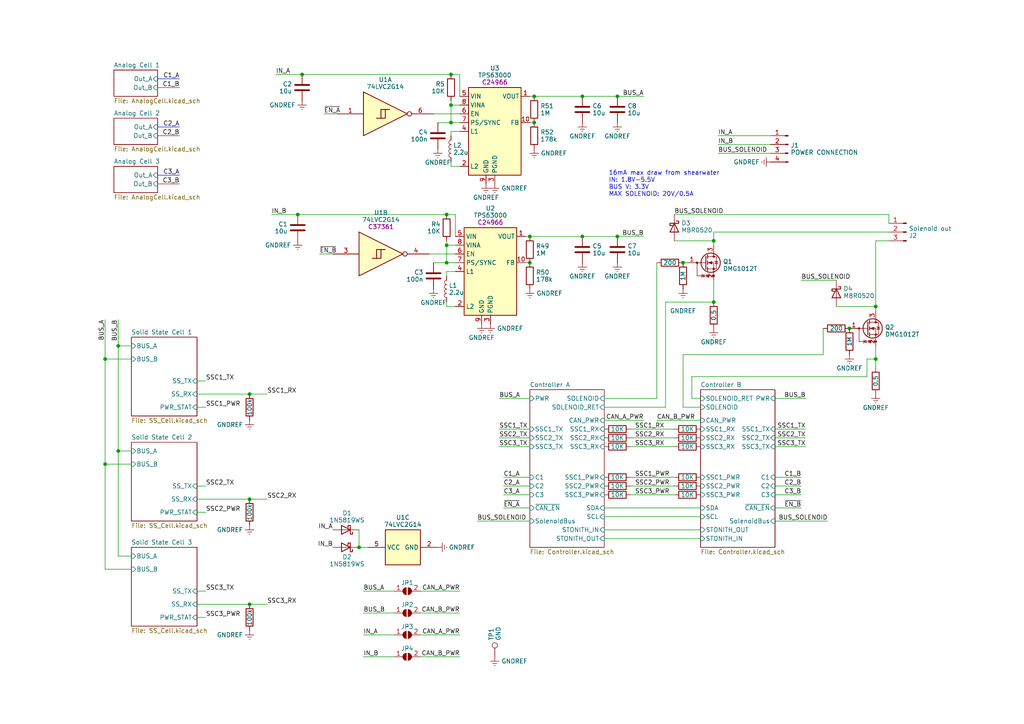
<source format=kicad_sch>
(kicad_sch (version 20230121) (generator eeschema)
  (paper "A4")
  (lib_symbols
    (symbol "74xGxx:74LVC2G14"
      (property "Reference" "U" (at 0 7.62 0))
      (property "Value" "74LVC2G14" (at 2.54 -7.62 0))
      (symbol "74LVC2G14_1_1"
        (polyline (pts (xy -2.54 -1.27) (xy -1.27 -1.27) (xy -1.27 1.27)) (stroke (width 0.254)) (fill (type background)))
        (polyline (pts (xy -7.62 6.35) (xy -7.62 -6.35) (xy 5.08 0) (xy -7.62 6.35)) (stroke (width 0.254)) (fill (type background)))
        (polyline (pts (xy -3.81 -1.27) (xy -2.54 -1.27) (xy -2.54 1.27) (xy 0 1.27)) (stroke (width 0.254)) (fill (type background)))
        (pin input line (at -15.24 0 0) (length 7.62) (name "~") (number "1"))
        (pin output inverted (at 12.7 0 180) (length 7.62) (name "~") (number "6"))
      )
      (symbol "74LVC2G14_2_1"
        (polyline (pts (xy -2.54 -1.27) (xy -1.27 -1.27) (xy -1.27 1.27)) (stroke (width 0.254)) (fill (type background)))
        (polyline (pts (xy -7.62 6.35) (xy -7.62 -6.35) (xy 5.08 0) (xy -7.62 6.35)) (stroke (width 0.254)) (fill (type background)))
        (polyline (pts (xy -3.81 -1.27) (xy -2.54 -1.27) (xy -2.54 1.27) (xy 0 1.27)) (stroke (width 0.254)) (fill (type background)))
        (pin input line (at -15.24 0 0) (length 7.62) (name "~") (number "3"))
        (pin output inverted (at 12.7 0 180) (length 7.62) (name "~") (number "4"))
      )
      (symbol "74LVC2G14_3_0"
        (rectangle (start -5.08 -5.08) (end 5.08 5.08) (stroke (width 0.254)) (fill (type background)))
      )
      (symbol "74LVC2G14_3_1"
        (pin power_in line (at 0 -10.16 90) (length 5.08) (name "GND") (number "2"))
        (pin power_in line (at 0 10.16 270) (length 5.08) (name "VCC") (number "5"))
      )
    )
    (symbol "Connector:Conn_01x03_Pin" (pin_names (offset 1.016) hide)
      (property "Reference" "J" (at 0 5.08 0))
      (property "Value" "Conn_01x03_Pin" (at 0 -5.08 0))
      (symbol "Conn_01x03_Pin_1_1"
        (polyline (pts (xy 1.27 -2.54) (xy 0.8636 -2.54)) (stroke (width 0.1524)))
        (polyline (pts (xy 1.27 0) (xy 0.8636 0)) (stroke (width 0.1524)))
        (polyline (pts (xy 1.27 2.54) (xy 0.8636 2.54)) (stroke (width 0.1524)))
        (rectangle (start 0.8636 -2.413) (end 0 -2.667) (stroke (width 0.1524)) (fill (type outline)))
        (rectangle (start 0.8636 0.127) (end 0 -0.127) (stroke (width 0.1524)) (fill (type outline)))
        (rectangle (start 0.8636 2.667) (end 0 2.413) (stroke (width 0.1524)) (fill (type outline)))
        (pin passive line (at 5.08 2.54 180) (length 3.81) (name "Pin_1") (number "1"))
        (pin passive line (at 5.08 0 180) (length 3.81) (name "Pin_2") (number "2"))
        (pin passive line (at 5.08 -2.54 180) (length 3.81) (name "Pin_3") (number "3"))
      )
    )
    (symbol "Connector:Conn_01x04_Pin" (pin_names (offset 1.016) hide)
      (property "Reference" "J" (at 0 5.08 0))
      (property "Value" "Conn_01x04_Pin" (at 0 -7.62 0))
      (symbol "Conn_01x04_Pin_1_1"
        (polyline (pts (xy 1.27 -5.08) (xy 0.8636 -5.08)) (stroke (width 0.1524)))
        (polyline (pts (xy 1.27 -2.54) (xy 0.8636 -2.54)) (stroke (width 0.1524)))
        (polyline (pts (xy 1.27 0) (xy 0.8636 0)) (stroke (width 0.1524)))
        (polyline (pts (xy 1.27 2.54) (xy 0.8636 2.54)) (stroke (width 0.1524)))
        (rectangle (start 0.8636 -4.953) (end 0 -5.207) (stroke (width 0.1524)) (fill (type outline)))
        (rectangle (start 0.8636 -2.413) (end 0 -2.667) (stroke (width 0.1524)) (fill (type outline)))
        (rectangle (start 0.8636 0.127) (end 0 -0.127) (stroke (width 0.1524)) (fill (type outline)))
        (rectangle (start 0.8636 2.667) (end 0 2.413) (stroke (width 0.1524)) (fill (type outline)))
        (pin passive line (at 5.08 2.54 180) (length 3.81) (name "Pin_1") (number "1"))
        (pin passive line (at 5.08 0 180) (length 3.81) (name "Pin_2") (number "2"))
        (pin passive line (at 5.08 -2.54 180) (length 3.81) (name "Pin_3") (number "3"))
        (pin passive line (at 5.08 -5.08 180) (length 3.81) (name "Pin_4") (number "4"))
      )
    )
    (symbol "Connector:TestPoint" (pin_numbers hide) (pin_names (offset 0.762) hide)
      (property "Reference" "TP" (at 0 6.858 0))
      (property "Value" "TestPoint" (at 0 5.08 0))
      (symbol "TestPoint_0_1"
        (circle (center 0 3.302) (radius 0.762))
      )
      (symbol "TestPoint_1_1"
        (pin passive line (at 0 0 90) (length 2.54) (name "1") (number "1"))
      )
    )
    (symbol "Device:C" (pin_numbers hide) (pin_names (offset 0.254))
      (property "Reference" "C" (at 0.635 2.54 0))
      (property "Value" "C" (at 0.635 -2.54 0))
      (symbol "C_0_1"
        (polyline (pts (xy -2.032 -0.762) (xy 2.032 -0.762)) (stroke (width 0.508)))
        (polyline (pts (xy -2.032 0.762) (xy 2.032 0.762)) (stroke (width 0.508)))
      )
      (symbol "C_1_1"
        (pin passive line (at 0 3.81 270) (length 2.794) (name "~") (number "1"))
        (pin passive line (at 0 -3.81 90) (length 2.794) (name "~") (number "2"))
      )
    )
    (symbol "Device:D_Schottky" (pin_numbers hide) (pin_names (offset 1.016) hide)
      (property "Reference" "D" (at 0 2.54 0))
      (property "Value" "D_Schottky" (at 0 -2.54 0))
      (symbol "D_Schottky_0_1"
        (polyline (pts (xy 1.27 0) (xy -1.27 0)))
        (polyline (pts (xy 1.27 1.27) (xy 1.27 -1.27) (xy -1.27 0) (xy 1.27 1.27)) (stroke (width 0.254)))
        (polyline (pts (xy -1.905 0.635) (xy -1.905 1.27) (xy -1.27 1.27) (xy -1.27 -1.27) (xy -0.635 -1.27) (xy -0.635 -0.635)) (stroke (width 0.254)))
      )
      (symbol "D_Schottky_1_1"
        (pin passive line (at -3.81 0 0) (length 2.54) (name "K") (number "1"))
        (pin passive line (at 3.81 0 180) (length 2.54) (name "A") (number "2"))
      )
    )
    (symbol "Device:L" (pin_numbers hide) (pin_names (offset 1.016) hide)
      (property "Reference" "L" (at -1.27 0 90))
      (property "Value" "L" (at 1.905 0 90))
      (symbol "L_0_1"
        (arc (start 0 -2.54) (mid 0.6323 -1.905) (end 0 -1.27))
        (arc (start 0 -1.27) (mid 0.6323 -0.635) (end 0 0))
        (arc (start 0 0) (mid 0.6323 0.635) (end 0 1.27))
        (arc (start 0 1.27) (mid 0.6323 1.905) (end 0 2.54))
      )
      (symbol "L_1_1"
        (pin passive line (at 0 3.81 270) (length 1.27) (name "1") (number "1"))
        (pin passive line (at 0 -3.81 90) (length 1.27) (name "2") (number "2"))
      )
    )
    (symbol "Diode:MBR0520" (pin_numbers hide) (pin_names (offset 1.016) hide)
      (property "Reference" "D" (at 0 2.54 0))
      (property "Value" "MBR0520" (at 0 -2.54 0))
      (symbol "MBR0520_0_1"
        (polyline (pts (xy 1.27 0) (xy -1.27 0)))
        (polyline (pts (xy 1.27 1.27) (xy 1.27 -1.27) (xy -1.27 0) (xy 1.27 1.27)) (stroke (width 0.254)))
        (polyline (pts (xy -1.905 0.635) (xy -1.905 1.27) (xy -1.27 1.27) (xy -1.27 -1.27) (xy -0.635 -1.27) (xy -0.635 -0.635)) (stroke (width 0.254)))
      )
      (symbol "MBR0520_1_1"
        (pin passive line (at -3.81 0 0) (length 2.54) (name "K") (number "1"))
        (pin passive line (at 3.81 0 180) (length 2.54) (name "A") (number "2"))
      )
    )
    (symbol "Jumper:SolderJumper_2_Open" (pin_names (offset 0) hide)
      (property "Reference" "JP" (at 0 2.032 0))
      (property "Value" "SolderJumper_2_Open" (at 0 -2.54 0))
      (symbol "SolderJumper_2_Open_0_1"
        (arc (start -0.254 1.016) (mid -1.2656 0) (end -0.254 -1.016))
        (arc (start -0.254 1.016) (mid -1.2656 0) (end -0.254 -1.016) (fill (type outline)))
        (polyline (pts (xy -0.254 1.016) (xy -0.254 -1.016)))
        (polyline (pts (xy 0.254 1.016) (xy 0.254 -1.016)))
        (arc (start 0.254 -1.016) (mid 1.2656 0) (end 0.254 1.016))
        (arc (start 0.254 -1.016) (mid 1.2656 0) (end 0.254 1.016) (fill (type outline)))
      )
      (symbol "SolderJumper_2_Open_1_1"
        (pin passive line (at -3.81 0 0) (length 2.54) (name "A") (number "1"))
        (pin passive line (at 3.81 0 180) (length 2.54) (name "B") (number "2"))
      )
    )
    (symbol "Project:74LVC2G14"
      (property "Reference" "U" (at 0 7.62 0))
      (property "Value" "74LVC2G14" (at 2.54 -7.62 0))
      (property "JLC Part #" "C12401" (at 0 0 0))
      (symbol "74LVC2G14_1_1"
        (polyline (pts (xy -2.54 -1.27) (xy -1.27 -1.27) (xy -1.27 1.27)) (stroke (width 0.254)) (fill (type background)))
        (polyline (pts (xy -7.62 6.35) (xy -7.62 -6.35) (xy 5.08 0) (xy -7.62 6.35)) (stroke (width 0.254)) (fill (type background)))
        (polyline (pts (xy -3.81 -1.27) (xy -2.54 -1.27) (xy -2.54 1.27) (xy 0 1.27)) (stroke (width 0.254)) (fill (type background)))
        (pin input line (at -15.24 0 0) (length 7.62) (name "~") (number "1"))
        (pin output inverted (at 12.7 0 180) (length 7.62) (name "~") (number "6"))
      )
      (symbol "74LVC2G14_2_1"
        (polyline (pts (xy -2.54 -1.27) (xy -1.27 -1.27) (xy -1.27 1.27)) (stroke (width 0.254)) (fill (type background)))
        (polyline (pts (xy -7.62 6.35) (xy -7.62 -6.35) (xy 5.08 0) (xy -7.62 6.35)) (stroke (width 0.254)) (fill (type background)))
        (polyline (pts (xy -3.81 -1.27) (xy -2.54 -1.27) (xy -2.54 1.27) (xy 0 1.27)) (stroke (width 0.254)) (fill (type background)))
        (pin input line (at -15.24 0 0) (length 7.62) (name "~") (number "3"))
        (pin output inverted (at 12.7 0 180) (length 7.62) (name "~") (number "4"))
      )
      (symbol "74LVC2G14_3_0"
        (rectangle (start -5.08 -5.08) (end 5.08 5.08) (stroke (width 0.254)) (fill (type background)))
      )
      (symbol "74LVC2G14_3_1"
        (pin power_in line (at 0 -10.16 90) (length 5.08) (name "GND") (number "2"))
        (pin power_in line (at 0 10.16 270) (length 5.08) (name "VCC") (number "5"))
      )
    )
    (symbol "Project:R" (pin_numbers hide) (pin_names (offset 0))
      (property "Reference" "R" (at 2.032 0 90))
      (property "Value" "R" (at 0 0 90))
      (symbol "R_0_1"
        (rectangle (start -1.016 -2.54) (end 1.016 2.54) (stroke (width 0.254)))
      )
      (symbol "R_1_1"
        (pin passive line (at 0 3.81 270) (length 1.27) (name "~") (number "1"))
        (pin passive line (at 0 -3.81 90) (length 1.27) (name "~") (number "2"))
      )
    )
    (symbol "Project:TPS63001"
      (property "Reference" "U" (at -7.62 13.97 0))
      (property "Value" "TPS63001" (at 5.08 13.97 0))
      (property "JLC Part #" "C28060" (at 0 0 0))
      (symbol "TPS63001_0_1"
        (rectangle (start -7.62 12.7) (end 7.62 -12.7) (stroke (width 0.254)) (fill (type background)))
      )
      (symbol "TPS63001_1_1"
        (pin power_out line (at 10.16 10.16 180) (length 2.54) (name "VOUT") (number "1"))
        (pin input line (at 10.16 2.54 180) (length 2.54) (name "FB") (number "10"))
        (pin passive line (at 0 -15.24 90) (length 2.54) hide (name "PGND") (number "11"))
        (pin input line (at -10.16 -10.16 0) (length 2.54) (name "L2") (number "2"))
        (pin power_in line (at 0 -15.24 90) (length 2.54) (name "PGND") (number "3"))
        (pin input line (at -10.16 0 0) (length 2.54) (name "L1") (number "4"))
        (pin power_in line (at -10.16 10.16 0) (length 2.54) (name "VIN") (number "5"))
        (pin input line (at -10.16 5.08 0) (length 2.54) (name "EN") (number "6"))
        (pin input line (at -10.16 2.54 0) (length 2.54) (name "PS/SYNC") (number "7"))
        (pin power_in line (at -10.16 7.62 0) (length 2.54) (name "VINA") (number "8"))
        (pin power_in line (at -2.54 -15.24 90) (length 2.54) (name "GND") (number "9"))
      )
    )
    (symbol "Transistor_FET:DMG1012T" (pin_names (offset 0) hide)
      (property "Reference" "Q" (at 5.08 1.905 0))
      (property "Value" "DMG1012T" (at 5.08 0 0))
      (symbol "DMG1012T_0_1"
        (polyline (pts (xy 2.54 -3.81) (xy -2.286 -3.81) (xy -2.286 0)))
      )
      (symbol "DMG1012T_1_1"
        (circle (center -2.286 0) (radius 0.254) (fill (type outline)))
        (polyline (pts (xy 0.254 0) (xy -2.54 0)))
        (polyline (pts (xy 0.254 1.905) (xy 0.254 -1.905)) (stroke (width 0.254)))
        (polyline (pts (xy 0.762 -1.27) (xy 0.762 -2.286)) (stroke (width 0.254)))
        (polyline (pts (xy 0.762 0.508) (xy 0.762 -0.508)) (stroke (width 0.254)))
        (polyline (pts (xy 0.762 2.286) (xy 0.762 1.27)) (stroke (width 0.254)))
        (polyline (pts (xy 2.54 2.54) (xy 2.54 1.778)))
        (polyline (pts (xy 2.54 -2.54) (xy 2.54 0) (xy 0.762 0)))
        (polyline (pts (xy -1.016 -4.318) (xy -0.889 -4.191) (xy -0.889 -3.429) (xy -0.762 -3.302)))
        (polyline (pts (xy -0.889 -3.81) (xy -0.254 -4.191) (xy -0.254 -3.429) (xy -0.889 -3.81)))
        (polyline (pts (xy 0.762 -1.778) (xy 3.302 -1.778) (xy 3.302 1.778) (xy 0.762 1.778)))
        (polyline (pts (xy 1.016 0) (xy 2.032 0.381) (xy 2.032 -0.381) (xy 1.016 0)) (fill (type outline)))
        (polyline (pts (xy 1.143 -3.81) (xy 0.508 -3.429) (xy 0.508 -4.191) (xy 1.143 -3.81)))
        (polyline (pts (xy 1.27 -3.302) (xy 1.143 -3.429) (xy 1.143 -4.191) (xy 1.016 -4.318)))
        (polyline (pts (xy 2.794 0.508) (xy 2.921 0.381) (xy 3.683 0.381) (xy 3.81 0.254)))
        (polyline (pts (xy 3.302 0.381) (xy 2.921 -0.254) (xy 3.683 -0.254) (xy 3.302 0.381)))
        (circle (center 1.651 0) (radius 2.794) (stroke (width 0.254)))
        (circle (center 2.54 -3.81) (radius 0.254) (fill (type outline)))
        (circle (center 2.54 -1.778) (radius 0.254) (fill (type outline)))
        (circle (center 2.54 1.778) (radius 0.254) (fill (type outline)))
        (pin input line (at -5.08 0 0) (length 2.54) (name "G") (number "1"))
        (pin passive line (at 2.54 -5.08 90) (length 2.54) (name "S") (number "2"))
        (pin passive line (at 2.54 5.08 270) (length 2.54) (name "D") (number "3"))
      )
    )
    (symbol "power:GNDREF" (power) (pin_names (offset 0))
      (property "Value" "GNDREF" (at 0 -3.81 0))
      (symbol "GNDREF_0_1"
        (polyline (pts (xy -0.635 -1.905) (xy 0.635 -1.905)))
        (polyline (pts (xy -0.127 -2.54) (xy 0.127 -2.54)))
        (polyline (pts (xy 0 -1.27) (xy 0 0)))
        (polyline (pts (xy 1.27 -1.27) (xy -1.27 -1.27)))
      )
      (symbol "GNDREF_1_1"
        (pin power_in line (at 0 0 270) (length 0) hide (name "GNDREF") (number "1"))
      )
    )
  )
  (junction (at 87.63 21.59))
  (junction (at 129.54 71.12))
  (junction (at 179.07 27.94))
  (junction (at 198.12 76.2))
  (junction (at 30.48 134.62))
  (junction (at 72.39 114.3))
  (junction (at 254 88.9))
  (junction (at 86.36 62.23))
  (junction (at 207.01 87.63))
  (junction (at 129.54 76.2))
  (junction (at 104.14 158.75))
  (junction (at 72.39 175.26))
  (junction (at 72.39 144.78))
  (junction (at 153.67 76.2))
  (junction (at 154.94 27.94))
  (junction (at 130.81 30.48))
  (junction (at 153.67 68.58))
  (junction (at 130.81 21.59))
  (junction (at 30.48 104.14))
  (junction (at 129.54 62.23))
  (junction (at 246.38 95.25))
  (junction (at 130.81 35.56))
  (junction (at 34.29 130.81))
  (junction (at 179.07 68.58))
  (junction (at 34.29 100.33))
  (junction (at 154.94 35.56))
  (junction (at 254 104.14))
  (junction (at 168.91 27.94))
  (junction (at 168.91 68.58))
  (junction (at 207.01 69.85))
  (wire (pts (xy 132.08 76.2) (xy 129.54 76.2)))
  (wire (pts (xy 254 69.85) (xy 257.81 69.85)))
  (wire (pts (xy 80.01 21.59) (xy 87.63 21.59)))
  (wire (pts (xy 105.41 177.8) (xy 114.3 177.8)))
  (wire (pts (xy 130.81 30.48) (xy 133.35 30.48)))
  (wire (pts (xy 254 104.14) (xy 254 106.68)))
  (wire (pts (xy 121.92 171.45) (xy 133.35 171.45)))
  (wire (pts (xy 190.5 76.2) (xy 190.5 115.57)))
  (wire (pts (xy 146.05 147.32) (xy 153.67 147.32)))
  (wire (pts (xy 175.26 153.67) (xy 203.2 153.67)))
  (wire (pts (xy 182.88 127) (xy 195.58 127)))
  (wire (pts (xy 200.66 109.22) (xy 251.46 109.22)))
  (wire (pts (xy 125.73 76.2) (xy 129.54 76.2)))
  (wire (pts (xy 30.48 92.71) (xy 30.48 104.14)))
  (wire (pts (xy 238.76 102.87) (xy 198.12 102.87)))
  (wire (pts (xy 198.12 118.11) (xy 203.2 118.11)))
  (wire (pts (xy 130.81 29.21) (xy 130.81 30.48)))
  (wire (pts (xy 133.35 48.26) (xy 130.81 48.26)))
  (wire (pts (xy 146.05 143.51) (xy 153.67 143.51)))
  (wire (pts (xy 45.72 22.86) (xy 52.07 22.86)) (stroke (width 0) (color 0 0 194 1)))
  (wire (pts (xy 208.28 39.37) (xy 223.52 39.37)))
  (wire (pts (xy 232.41 81.28) (xy 242.57 81.28)))
  (wire (pts (xy 93.98 33.02) (xy 97.79 33.02)))
  (wire (pts (xy 72.39 114.3) (xy 77.47 114.3)))
  (wire (pts (xy 242.57 88.9) (xy 254 88.9)))
  (wire (pts (xy 182.88 143.51) (xy 195.58 143.51)))
  (wire (pts (xy 190.5 121.92) (xy 203.2 121.92)))
  (wire (pts (xy 130.81 39.37) (xy 130.81 38.1)))
  (wire (pts (xy 57.15 175.26) (xy 72.39 175.26)))
  (wire (pts (xy 138.43 151.13) (xy 153.67 151.13)))
  (wire (pts (xy 34.29 100.33) (xy 38.1 100.33)))
  (wire (pts (xy 146.05 138.43) (xy 153.67 138.43)))
  (wire (pts (xy 182.88 129.54) (xy 195.58 129.54)))
  (wire (pts (xy 30.48 165.1) (xy 38.1 165.1)))
  (wire (pts (xy 153.67 68.58) (xy 168.91 68.58)))
  (wire (pts (xy 87.63 21.59) (xy 130.81 21.59)))
  (wire (pts (xy 195.58 62.23) (xy 257.81 62.23)))
  (wire (pts (xy 198.12 102.87) (xy 198.12 118.11)))
  (wire (pts (xy 72.39 175.26) (xy 77.47 175.26)))
  (wire (pts (xy 133.35 35.56) (xy 130.81 35.56)))
  (wire (pts (xy 105.41 190.5) (xy 114.3 190.5)))
  (wire (pts (xy 130.81 38.1) (xy 133.35 38.1)))
  (wire (pts (xy 175.26 121.92) (xy 186.69 121.92)))
  (wire (pts (xy 254 69.85) (xy 254 88.9)))
  (wire (pts (xy 105.41 184.15) (xy 114.3 184.15)))
  (wire (pts (xy 30.48 104.14) (xy 38.1 104.14)))
  (wire (pts (xy 224.79 151.13) (xy 240.03 151.13)))
  (wire (pts (xy 124.46 73.66) (xy 132.08 73.66)))
  (wire (pts (xy 232.41 147.32) (xy 224.79 147.32)))
  (wire (pts (xy 57.15 110.49) (xy 59.69 110.49)))
  (wire (pts (xy 224.79 138.43) (xy 232.41 138.43)))
  (wire (pts (xy 57.15 140.97) (xy 59.69 140.97)))
  (wire (pts (xy 121.92 190.5) (xy 133.35 190.5)))
  (wire (pts (xy 153.67 68.58) (xy 152.4 68.58)))
  (wire (pts (xy 34.29 92.71) (xy 34.29 100.33)))
  (wire (pts (xy 129.54 69.85) (xy 129.54 71.12)))
  (wire (pts (xy 72.39 144.78) (xy 77.47 144.78)))
  (wire (pts (xy 175.26 147.32) (xy 203.2 147.32)))
  (wire (pts (xy 121.92 177.8) (xy 133.35 177.8)))
  (wire (pts (xy 208.28 44.45) (xy 223.52 44.45)))
  (wire (pts (xy 45.72 50.8) (xy 52.07 50.8)) (stroke (width 0) (color 0 0 194 1)))
  (wire (pts (xy 129.54 62.23) (xy 132.08 62.23)))
  (wire (pts (xy 144.78 124.46) (xy 153.67 124.46)))
  (wire (pts (xy 175.26 156.21) (xy 203.2 156.21)))
  (wire (pts (xy 207.01 67.31) (xy 257.81 67.31)))
  (wire (pts (xy 129.54 71.12) (xy 132.08 71.12)))
  (wire (pts (xy 175.26 149.86) (xy 203.2 149.86)))
  (wire (pts (xy 193.04 118.11) (xy 193.04 87.63)))
  (wire (pts (xy 179.07 27.94) (xy 186.69 27.94)))
  (wire (pts (xy 146.05 140.97) (xy 153.67 140.97)))
  (wire (pts (xy 104.14 153.67) (xy 104.14 158.75)))
  (wire (pts (xy 153.67 35.56) (xy 154.94 35.56)))
  (wire (pts (xy 144.78 115.57) (xy 153.67 115.57)))
  (wire (pts (xy 153.67 76.2) (xy 152.4 76.2)))
  (wire (pts (xy 193.04 87.63) (xy 207.01 87.63)))
  (wire (pts (xy 251.46 104.14) (xy 254 104.14)))
  (wire (pts (xy 129.54 88.9) (xy 129.54 87.63)))
  (wire (pts (xy 45.72 25.4) (xy 52.07 25.4)) (stroke (width 0) (color 194 0 0 1)))
  (wire (pts (xy 207.01 69.85) (xy 207.01 67.31)))
  (wire (pts (xy 232.41 143.51) (xy 224.79 143.51)))
  (wire (pts (xy 175.26 115.57) (xy 190.5 115.57)))
  (wire (pts (xy 78.74 62.23) (xy 86.36 62.23)))
  (wire (pts (xy 154.94 27.94) (xy 168.91 27.94)))
  (wire (pts (xy 34.29 130.81) (xy 34.29 161.29)))
  (wire (pts (xy 130.81 30.48) (xy 130.81 35.56)))
  (wire (pts (xy 86.36 62.23) (xy 129.54 62.23)))
  (wire (pts (xy 198.12 76.2) (xy 199.39 76.2)))
  (wire (pts (xy 207.01 71.12) (xy 207.01 69.85)))
  (wire (pts (xy 224.79 124.46) (xy 233.68 124.46)))
  (wire (pts (xy 57.15 114.3) (xy 72.39 114.3)))
  (wire (pts (xy 182.88 124.46) (xy 195.58 124.46)))
  (wire (pts (xy 144.78 129.54) (xy 153.67 129.54)))
  (wire (pts (xy 132.08 62.23) (xy 132.08 68.58)))
  (wire (pts (xy 251.46 109.22) (xy 251.46 104.14)))
  (wire (pts (xy 182.88 140.97) (xy 195.58 140.97)))
  (wire (pts (xy 34.29 130.81) (xy 38.1 130.81)))
  (wire (pts (xy 57.15 144.78) (xy 72.39 144.78)))
  (wire (pts (xy 30.48 104.14) (xy 30.48 134.62)))
  (wire (pts (xy 57.15 179.07) (xy 59.69 179.07)))
  (wire (pts (xy 224.79 140.97) (xy 232.41 140.97)))
  (wire (pts (xy 238.76 95.25) (xy 238.76 102.87)))
  (wire (pts (xy 179.07 68.58) (xy 186.69 68.58)))
  (wire (pts (xy 121.92 184.15) (xy 133.35 184.15)))
  (wire (pts (xy 203.2 115.57) (xy 200.66 115.57)))
  (wire (pts (xy 133.35 21.59) (xy 133.35 27.94)))
  (wire (pts (xy 224.79 127) (xy 233.68 127)))
  (wire (pts (xy 125.73 33.02) (xy 133.35 33.02)))
  (wire (pts (xy 144.78 127) (xy 153.67 127)))
  (wire (pts (xy 224.79 129.54) (xy 233.68 129.54)))
  (wire (pts (xy 153.67 27.94) (xy 154.94 27.94)))
  (wire (pts (xy 224.79 115.57) (xy 233.68 115.57)))
  (wire (pts (xy 30.48 134.62) (xy 30.48 165.1)))
  (wire (pts (xy 168.91 68.58) (xy 179.07 68.58)))
  (wire (pts (xy 92.71 73.66) (xy 96.52 73.66)))
  (wire (pts (xy 168.91 27.94) (xy 179.07 27.94)))
  (wire (pts (xy 104.14 158.75) (xy 106.68 158.75)))
  (wire (pts (xy 208.28 41.91) (xy 223.52 41.91)))
  (wire (pts (xy 254 90.17) (xy 254 88.9)))
  (wire (pts (xy 57.15 118.11) (xy 59.69 118.11)))
  (wire (pts (xy 105.41 171.45) (xy 114.3 171.45)))
  (wire (pts (xy 34.29 161.29) (xy 38.1 161.29)))
  (wire (pts (xy 207.01 87.63) (xy 207.01 81.28)))
  (wire (pts (xy 129.54 78.74) (xy 132.08 78.74)))
  (wire (pts (xy 129.54 71.12) (xy 129.54 76.2)))
  (wire (pts (xy 257.81 62.23) (xy 257.81 64.77)))
  (wire (pts (xy 30.48 134.62) (xy 38.1 134.62)))
  (wire (pts (xy 45.72 39.37) (xy 52.07 39.37)) (stroke (width 0) (color 194 0 0 1)))
  (wire (pts (xy 130.81 48.26) (xy 130.81 46.99)))
  (wire (pts (xy 200.66 115.57) (xy 200.66 109.22)))
  (wire (pts (xy 129.54 80.01) (xy 129.54 78.74)))
  (wire (pts (xy 195.58 69.85) (xy 207.01 69.85)))
  (wire (pts (xy 45.72 53.34) (xy 52.07 53.34)) (stroke (width 0) (color 194 0 0 1)))
  (wire (pts (xy 175.26 118.11) (xy 193.04 118.11)))
  (wire (pts (xy 34.29 100.33) (xy 34.29 130.81)))
  (wire (pts (xy 132.08 88.9) (xy 129.54 88.9)))
  (wire (pts (xy 57.15 171.45) (xy 59.69 171.45)))
  (wire (pts (xy 182.88 138.43) (xy 195.58 138.43)))
  (wire (pts (xy 130.81 21.59) (xy 133.35 21.59)))
  (wire (pts (xy 57.15 148.59) (xy 59.69 148.59)))
  (wire (pts (xy 45.72 36.83) (xy 52.07 36.83)) (stroke (width 0) (color 0 0 194 1)))
  (wire (pts (xy 254 100.33) (xy 254 104.14)))
  (wire (pts (xy 127 35.56) (xy 130.81 35.56)))
  (text "16mA max draw from shearwater\nIN: 1.8V-5.5V\nBUS V: 3.3V\nMAX SOLENOID: 20V/0.5A" (at 176.53 57.15 0) (effects (font (size 1.27 1.27)) (justify left bottom)))
  (label "C3_B" (at 52.07 53.34 180))
  (label "SSC3_RX" (at 184.15 129.54 0))
  (label "C3_B" (at 232.41 143.51 180))
  (label "C1_B" (at 232.41 138.43 180))
  (label "SSC1_PWR" (at 184.15 138.43 0))
  (label "BUS_SOLENOID" (at 208.28 44.45 0))
  (label "~{EN_A}" (at 93.98 33.02 0))
  (label "SSC3_RX" (at 77.47 175.26 0))
  (label "CAN_A_PWR" (at 133.35 184.15 180))
  (label "SSC3_PWR" (at 59.69 179.07 0))
  (label "IN_A" (at 96.52 153.67 180))
  (label "BUS_B" (at 34.29 92.71 270))
  (label "C1_A" (at 146.05 138.43 0))
  (label "~{EN_B}" (at 92.71 73.66 0))
  (label "SSC2_TX" (at 144.78 127 0))
  (label "CAN_B_PWR" (at 133.35 177.8 180))
  (label "SSC2_RX" (at 77.47 144.78 0))
  (label "BUS_A" (at 144.78 115.57 0))
  (label "IN_B" (at 105.41 190.5 0))
  (label "SSC2_RX" (at 184.15 127 0))
  (label "SSC2_PWR" (at 184.15 140.97 0))
  (label "BUS_A" (at 105.41 171.45 0))
  (label "SSC1_RX" (at 184.15 124.46 0))
  (label "~{EN_B}" (at 232.41 147.32 180))
  (label "IN_A" (at 105.41 184.15 0))
  (label "~{EN_A}" (at 146.05 147.32 0))
  (label "SSC1_PWR" (at 59.69 118.11 0))
  (label "BUS_SOLENOID" (at 138.43 151.13 0))
  (label "SSC3_PWR" (at 184.15 143.51 0))
  (label "SSC3_TX" (at 233.68 129.54 180))
  (label "IN_B" (at 208.28 41.91 0))
  (label "SSC2_PWR" (at 59.69 148.59 0))
  (label "SSC1_TX" (at 233.68 124.46 180))
  (label "CAN_B_PWR" (at 133.35 190.5 180))
  (label "C2_B" (at 52.07 39.37 180))
  (label "BUS_B" (at 233.68 115.57 180))
  (label "SSC2_TX" (at 59.69 140.97 0))
  (label "C2_A" (at 52.07 36.83 180))
  (label "IN_B" (at 78.74 62.23 0))
  (label "IN_A" (at 80.01 21.59 0))
  (label "CAN_A_PWR" (at 133.35 171.45 180))
  (label "BUS_SOLENOID" (at 195.58 62.23 0))
  (label "C1_B" (at 52.07 25.4 180))
  (label "C2_B" (at 232.41 140.97 180))
  (label "C3_A" (at 52.07 50.8 180))
  (label "SSC3_TX" (at 144.78 129.54 0))
  (label "C1_A" (at 52.07 22.86 180))
  (label "SSC1_TX" (at 59.69 110.49 0))
  (label "CAN_A_PWR" (at 186.69 121.92 180))
  (label "C2_A" (at 146.05 140.97 0))
  (label "SSC1_TX" (at 144.78 124.46 0))
  (label "IN_A" (at 208.28 39.37 0))
  (label "SSC1_RX" (at 77.47 114.3 0))
  (label "BUS_SOLENOID" (at 240.03 151.13 180))
  (label "IN_B" (at 96.52 158.75 180))
  (label "BUS_B" (at 186.69 68.58 180))
  (label "BUS_SOLENOID" (at 232.41 81.28 0))
  (label "SSC3_TX" (at 59.69 171.45 0))
  (label "SSC2_TX" (at 233.68 127 180))
  (label "BUS_A" (at 30.48 92.71 270))
  (label "CAN_B_PWR" (at 190.5 121.92 0))
  (label "BUS_B" (at 105.41 177.8 0))
  (label "BUS_A" (at 186.69 27.94 180))
  (label "C3_A" (at 146.05 143.51 0))
  (symbol (lib_id "Project:R") (at 199.39 140.97 90) (unit 1)
    (property "Reference" "R18" (effects hide))
    (property "Value" "10K" (at 199.39 140.97 90))
    (property "Footprint" "Resistor_SMD:R_0402_1005Metric" (effects hide))
    (property "MPN" "C25744" (effects hide))
  )
  (symbol (lib_id "Device:C") (at 179.07 72.39 0) (unit 1)
    (property "Reference" "C7" (at 181.991 71.366 0) (effects (justify left)))
    (property "Value" "10u" (at 181.991 73.414 0) (effects (justify left)))
    (property "Footprint" "Capacitor_SMD:C_0603_1608Metric" (effects hide))
    (property "MPN" "C19702" (effects hide))
  )
  (symbol (lib_id "Project:R") (at 129.54 66.04 0) (unit 1)
    (property "Reference" "R4" (at 127.762 65.016 0) (effects (justify right)))
    (property "Value" "10K" (at 127.762 67.064 0) (effects (justify right)))
    (property "Footprint" "Resistor_SMD:R_0402_1005Metric" (effects hide))
    (property "MPN" "C25744" (effects hide))
  )
  (symbol (lib_id "power:GNDREF") (at 142.24 93.98 0) (unit 1)
    (property "Reference" "#PWR011" (effects hide))
    (property "Value" "GNDREF" (at 144.145 95.25 0) (effects (justify left)))
  )
  (symbol (lib_id "Diode:MBR0520") (at 195.58 66.04 270) (unit 1)
    (property "Reference" "D3" (at 197.612 64.6985 90) (effects (justify left)))
    (property "Value" "MBR0520" (at 197.612 66.7465 90) (effects (justify left)))
    (property "Footprint" "Diode_SMD:D_SOD-123" (effects hide))
    (property "Datasheet" "http://www.mccsemi.com/up_pdf/MBR0520~MBR0580(SOD123).pdf" (effects hide))
    (property "MPN" "C5204745" (effects hide))
  )
  (symbol (lib_id "Jumper:SolderJumper_2_Open") (at 118.11 171.45 0) (unit 1)
    (property "Reference" "JP1" (at 118.11 169.029 0))
    (property "Value" "~" (at 118.11 169.029 0))
    (property "Footprint" "Jumper:SolderJumper-2_P1.3mm_Open_Pad1.0x1.5mm" (effects hide))
  )
  (symbol (lib_id "power:GNDREF") (at 153.67 83.82 0) (unit 1)
    (property "Reference" "#PWR056" (effects hide))
    (property "Value" "GNDREF" (at 155.575 85.09 0) (effects (justify left)))
  )
  (symbol (lib_id "Connector:TestPoint") (at 143.51 190.5 0) (unit 1)
    (property "Reference" "TP1" (at 142.486 185.801 90) (effects (justify left)))
    (property "Value" "GND" (at 144.534 185.801 90) (effects (justify left)))
    (property "Footprint" "TestPoint:TestPoint_Pad_D1.0mm" (effects hide))
  )
  (symbol (lib_id "power:GNDREF") (at 246.38 102.87 0) (unit 1)
    (property "Reference" "#PWR021" (effects hide))
    (property "Value" "GNDREF" (at 246.38 106.815 0))
  )
  (symbol (lib_id "Device:C") (at 86.36 66.04 180) (unit 1)
    (property "Reference" "C1" (at 83.439 65.016 0) (effects (justify left)))
    (property "Value" "10u" (at 83.439 67.064 0) (effects (justify left)))
    (property "Footprint" "Capacitor_SMD:C_0603_1608Metric" (effects hide))
    (property "MPN" "C19702" (effects hide))
  )
  (symbol (lib_id "Transistor_FET:DMG1012T") (at 204.47 76.2 0) (unit 1)
    (property "Reference" "Q1" (at 209.677 75.8745 0) (effects (justify left)))
    (property "Value" "DMG1012T" (at 209.677 77.9225 0) (effects (justify left)))
    (property "Footprint" "Package_TO_SOT_SMD:SOT-523" (effects hide))
    (property "Datasheet" "https://www.diodes.com/assets/Datasheets/ds31783.pdf" (effects hide))
    (property "MPN" "C20512" (effects hide))
    (property "JLCPCB Rotation Offset" "180" (effects hide))
  )
  (symbol (lib_id "Project:R") (at 207.01 91.44 0) (unit 1)
    (property "Reference" "R20" (effects hide))
    (property "Value" "0.5" (at 207.01 91.44 90))
    (property "Footprint" "Resistor_SMD:R_0402_1005Metric" (effects hide))
    (property "MPN" "C5204041" (effects hide))
  )
  (symbol (lib_id "Device:C") (at 179.07 31.75 0) (unit 1)
    (property "Reference" "C8" (at 181.991 30.726 0) (effects (justify left)))
    (property "Value" "10u" (at 181.991 32.774 0) (effects (justify left)))
    (property "Footprint" "Capacitor_SMD:C_0603_1608Metric" (effects hide))
    (property "MPN" "C19702" (effects hide))
  )
  (symbol (lib_id "Project:R") (at 179.07 129.54 270) (unit 1)
    (property "Reference" "R8" (effects hide))
    (property "Value" "10K" (at 179.07 129.54 90))
    (property "Footprint" "Resistor_SMD:R_0402_1005Metric" (effects hide))
    (property "MPN" "C25744" (effects hide))
  )
  (symbol (lib_id "Diode:MBR0520") (at 242.57 85.09 270) (unit 1)
    (property "Reference" "D4" (at 244.602 83.7485 90) (effects (justify left)))
    (property "Value" "MBR0520" (at 244.602 85.7965 90) (effects (justify left)))
    (property "Footprint" "Diode_SMD:D_SOD-123" (effects hide))
    (property "Datasheet" "http://www.mccsemi.com/up_pdf/MBR0520~MBR0580(SOD123).pdf" (effects hide))
    (property "MPN" "C5204745" (effects hide))
  )
  (symbol (lib_id "Device:D_Schottky") (at 100.33 158.75 180) (unit 1)
    (property "Reference" "D2" (at 100.6475 161.552 0))
    (property "Value" "1N5819WS" (at 100.6475 163.6 0))
    (property "Footprint" "Diode_SMD:D_SOD-323" (effects hide))
    (property "JLC Part #" "C191023" (effects hide))
  )
  (symbol (lib_id "power:GNDREF") (at 72.39 152.4 0) (unit 1)
    (property "Reference" "#PWR02" (effects hide))
    (property "Value" "GNDREF" (at 70.4851 153.67 0) (effects (justify right)))
  )
  (symbol (lib_id "power:GNDREF") (at 143.51 190.5 0) (unit 1)
    (property "Reference" "#PWR013" (effects hide))
    (property "Value" "GNDREF" (at 145.415 191.77 0) (effects (justify left)))
  )
  (symbol (lib_id "Jumper:SolderJumper_2_Open") (at 118.11 184.15 0) (unit 1)
    (property "Reference" "JP3" (at 118.11 181.729 0))
    (property "Value" "~" (at 118.11 181.729 0))
    (property "Footprint" "Jumper:SolderJumper-2_P1.3mm_Open_Pad1.0x1.5mm" (effects hide))
  )
  (symbol (lib_id "Project:R") (at 199.39 127 90) (unit 1)
    (property "Reference" "R15" (effects hide))
    (property "Value" "10K" (at 199.39 127 90))
    (property "Footprint" "Resistor_SMD:R_0402_1005Metric" (effects hide))
    (property "MPN" "C25744" (effects hide))
  )
  (symbol (lib_id "Project:R") (at 199.39 138.43 90) (unit 1)
    (property "Reference" "R17" (effects hide))
    (property "Value" "10K" (at 199.39 138.43 90))
    (property "Footprint" "Resistor_SMD:R_0402_1005Metric" (effects hide))
    (property "MPN" "C25744" (effects hide))
  )
  (symbol (lib_id "Device:D_Schottky") (at 100.33 153.67 180) (unit 1)
    (property "Reference" "D1" (at 100.6475 148.82 0))
    (property "Value" "1N5819WS" (at 100.6475 150.868 0))
    (property "Footprint" "Diode_SMD:D_SOD-323" (effects hide))
    (property "JLC Part #" "C191023" (effects hide))
  )
  (symbol (lib_id "Project:R") (at 199.39 129.54 90) (unit 1)
    (property "Reference" "R16" (effects hide))
    (property "Value" "10K" (at 199.39 129.54 90))
    (property "Footprint" "Resistor_SMD:R_0402_1005Metric" (effects hide))
    (property "MPN" "C25744" (effects hide))
  )
  (symbol (lib_id "power:GNDREF") (at 125.73 83.82 0) (unit 1)
    (property "Reference" "#PWR06" (effects hide))
    (property "Value" "GNDREF" (at 125.73 87.765 0))
  )
  (symbol (lib_id "Project:R") (at 153.67 72.39 0) (unit 1)
    (property "Reference" "R49" (at 155.448 71.366 0) (effects (justify left)))
    (property "Value" "1M" (at 155.448 73.414 0) (effects (justify left)))
    (property "Footprint" "Resistor_SMD:R_0402_1005Metric" (effects hide))
    (property "MPN" "C26083" (effects hide))
  )
  (symbol (lib_id "power:GNDREF") (at 179.07 35.56 0) (unit 1)
    (property "Reference" "#PWR017" (effects hide))
    (property "Value" "GNDREF" (at 179.07 39.505 0))
  )
  (symbol (lib_id "power:GNDREF") (at 127 43.18 0) (unit 1)
    (property "Reference" "#PWR07" (effects hide))
    (property "Value" "GNDREF" (at 127 47.125 0))
  )
  (symbol (lib_id "power:GNDREF") (at 140.97 53.34 0) (unit 1)
    (property "Reference" "#PWR010" (effects hide))
    (property "Value" "GNDREF" (at 140.97 57.285 0))
  )
  (symbol (lib_id "power:GNDREF") (at 143.51 53.34 0) (unit 1)
    (property "Reference" "#PWR012" (effects hide))
    (property "Value" "GNDREF" (at 145.415 54.61 0) (effects (justify left)))
  )
  (symbol (lib_id "power:GNDREF") (at 154.94 43.18 0) (unit 1)
    (property "Reference" "#PWR057" (effects hide))
    (property "Value" "GNDREF" (at 156.845 44.45 0) (effects (justify left)))
  )
  (symbol (lib_id "Project:R") (at 254 110.49 0) (unit 1)
    (property "Reference" "R23" (effects hide))
    (property "Value" "0.5" (at 254 110.49 90))
    (property "Footprint" "Resistor_SMD:R_0402_1005Metric" (effects hide))
    (property "MPN" "C5204041" (effects hide))
  )
  (symbol (lib_id "Project:R") (at 199.39 143.51 90) (unit 1)
    (property "Reference" "R19" (effects hide))
    (property "Value" "10K" (at 199.39 143.51 90))
    (property "Footprint" "Resistor_SMD:R_0402_1005Metric" (effects hide))
    (property "MPN" "C25744" (effects hide))
  )
  (symbol (lib_id "power:GNDREF") (at 87.63 29.21 0) (unit 1)
    (property "Reference" "#PWR05" (effects hide))
    (property "Value" "GNDREF" (at 85.7251 30.48 0) (effects (justify right)))
  )
  (symbol (lib_id "power:GNDREF") (at 198.12 83.82 0) (unit 1)
    (property "Reference" "#PWR018" (effects hide))
    (property "Value" "GNDREF" (at 198.12 90.17 0))
  )
  (symbol (lib_id "Project:R") (at 153.67 80.01 0) (unit 1)
    (property "Reference" "R50" (at 155.448 78.986 0) (effects (justify left)))
    (property "Value" "178k" (at 155.448 81.034 0) (effects (justify left)))
    (property "Footprint" "Resistor_SMD:R_0402_1005Metric" (effects hide))
    (property "MPN" "C321342" (effects hide))
  )
  (symbol (lib_id "power:GNDREF") (at 223.52 46.99 270) (unit 1)
    (property "Reference" "#PWR020" (effects hide))
    (property "Value" "GNDREF" (at 220.3451 46.99 90) (effects (justify right)))
  )
  (symbol (lib_id "power:GNDREF") (at 168.91 76.2 0) (unit 1)
    (property "Reference" "#PWR014" (effects hide))
    (property "Value" "GNDREF" (at 168.91 80.145 0))
  )
  (symbol (lib_id "Project:R") (at 246.38 99.06 0) (unit 1)
    (property "Reference" "R22" (effects hide))
    (property "Value" "1M" (at 246.38 99.06 90))
    (property "Footprint" "Resistor_SMD:R_0402_1005Metric" (effects hide))
    (property "MPN" "C26083" (effects hide))
  )
  (symbol (lib_id "power:GNDREF") (at 86.36 69.85 0) (unit 1)
    (property "Reference" "#PWR04" (effects hide))
    (property "Value" "GNDREF" (at 84.4551 71.12 0) (effects (justify right)))
  )
  (symbol (lib_id "Project:R") (at 72.39 148.59 0) (unit 1)
    (property "Reference" "R2" (effects hide))
    (property "Value" "100k" (at 72.39 148.59 90))
    (property "Footprint" "Resistor_SMD:R_0402_1005Metric" (effects hide))
    (property "MPN" "C25741" (effects hide))
  )
  (symbol (lib_id "Device:C") (at 87.63 25.4 180) (unit 1)
    (property "Reference" "C2" (at 84.709 24.376 0) (effects (justify left)))
    (property "Value" "10u" (at 84.709 26.424 0) (effects (justify left)))
    (property "Footprint" "Capacitor_SMD:C_0603_1608Metric" (effects hide))
    (property "MPN" "C19702" (effects hide))
  )
  (symbol (lib_id "Project:R") (at 194.31 76.2 270) (unit 1)
    (property "Reference" "R12" (effects hide))
    (property "Value" "200" (at 194.31 76.2 90))
    (property "Footprint" "Resistor_SMD:R_0402_1005Metric" (effects hide))
    (property "MPN" "C25087" (effects hide))
  )
  (symbol (lib_id "power:GNDREF") (at 179.07 76.2 0) (unit 1)
    (property "Reference" "#PWR016" (effects hide))
    (property "Value" "GNDREF" (at 179.07 80.145 0))
  )
  (symbol (lib_id "Jumper:SolderJumper_2_Open") (at 118.11 177.8 0) (unit 1)
    (property "Reference" "JP2" (at 118.11 175.379 0))
    (property "Value" "~" (at 118.11 175.379 0))
    (property "Footprint" "Jumper:SolderJumper-2_P1.3mm_Open_Pad1.0x1.5mm" (effects hide))
  )
  (symbol (lib_id "Project:R") (at 242.57 95.25 270) (unit 1)
    (property "Reference" "R21" (effects hide))
    (property "Value" "200" (at 242.57 95.25 90))
    (property "Footprint" "Resistor_SMD:R_0402_1005Metric" (effects hide))
    (property "MPN" "C25087" (effects hide))
  )
  (symbol (lib_id "74xGxx:74LVC2G14") (at 113.03 33.02 0) (unit 1)
    (property "Reference" "U1" (at 111.76 23.09 0))
    (property "Value" "74LVC2G14" (at 111.76 25.138 0))
    (property "Footprint" "Package_TO_SOT_SMD:SOT-363_SC-70-6" (effects hide))
    (property "Datasheet" "https://www.ti.com/lit/ds/symlink/sn74lvc2g14.pdf" (effects hide))
    (property "MPN" "C37361" (effects hide))
    (property "JLCPCB Rotation Offset" "180" (effects hide))
  )
  (symbol (lib_id "power:GNDREF") (at 72.39 121.92 0) (unit 1)
    (property "Reference" "#PWR01" (effects hide))
    (property "Value" "GNDREF" (at 70.4851 123.19 0) (effects (justify right)))
  )
  (symbol (lib_id "Project:R") (at 179.07 143.51 270) (unit 1)
    (property "Reference" "R11" (effects hide))
    (property "Value" "10K" (at 179.07 143.51 90))
    (property "Footprint" "Resistor_SMD:R_0402_1005Metric" (effects hide))
    (property "MPN" "C25744" (effects hide))
  )
  (symbol (lib_id "Project:R") (at 179.07 124.46 270) (unit 1)
    (property "Reference" "R6" (effects hide))
    (property "Value" "10K" (at 179.07 124.46 90))
    (property "Footprint" "Resistor_SMD:R_0402_1005Metric" (effects hide))
    (property "MPN" "C25744" (effects hide))
  )
  (symbol (lib_id "Project:R") (at 179.07 127 270) (unit 1)
    (property "Reference" "R7" (effects hide))
    (property "Value" "10K" (at 179.07 127 90))
    (property "Footprint" "Resistor_SMD:R_0402_1005Metric" (effects hide))
    (property "MPN" "C25744" (effects hide))
  )
  (symbol (lib_id "Device:L") (at 129.54 83.82 180) (unit 1)
    (property "Reference" "L1" (at 130.1749 82.796 0) (effects (justify right)))
    (property "Value" "2.2u" (at 130.1749 84.844 0) (effects (justify right)))
    (property "Footprint" "Inductor_SMD:L_0805_2012Metric" (effects hide))
    (property "MPN" "C431245" (effects hide))
  )
  (symbol (lib_id "power:GNDREF") (at 127 158.75 90) (unit 1)
    (property "Reference" "#PWR08" (effects hide))
    (property "Value" "GNDREF" (at 130.175 158.75 90) (effects (justify right)))
  )
  (symbol (lib_id "Connector:Conn_01x03_Pin") (at 262.89 67.31 0) (mirror y) (unit 1) (in_bom no)
    (property "Reference" "J2" (at 263.6012 68.334 0) (effects (justify right)))
    (property "Value" "Solenoid out" (at 263.6012 66.286 0) (effects (justify right)))
    (property "Footprint" "Connector_PinHeader_1.00mm:PinHeader_1x03_P1.00mm_Vertical" (effects hide))
  )
  (symbol (lib_id "74xGxx:74LVC2G14") (at 116.84 158.75 90) (unit 3)
    (property "Reference" "U1" (at 116.84 150.09 90))
    (property "Value" "74LVC2G14" (at 116.84 152.138 90))
    (property "Footprint" "Package_TO_SOT_SMD:SOT-363_SC-70-6" (effects hide))
    (property "Datasheet" "https://www.ti.com/lit/ds/symlink/sn74lvc2g14.pdf" (effects hide))
    (property "MPN" "C37361" (effects hide))
    (property "JLCPCB Rotation Offset" "180" (effects hide))
  )
  (symbol (lib_id "Project:TPS63001") (at 142.24 78.74 0) (unit 1)
    (property "Reference" "U2" (at 142.24 60.412 0))
    (property "Value" "TPS63000" (at 142.24 62.46 0))
    (property "Footprint" "Package_SON:Texas_DRC0010J" (effects hide))
    (property "Datasheet" "http://www.ti.com/lit/ds/symlink/tps63000.pdf" (effects hide))
    (property "MPN" "C24966" (at 142.24 64.508 0))
  )
  (symbol (lib_id "Project:R") (at 130.81 25.4 0) (unit 1)
    (property "Reference" "R5" (at 129.032 24.376 0) (effects (justify right)))
    (property "Value" "10K" (at 129.032 26.424 0) (effects (justify right)))
    (property "Footprint" "Resistor_SMD:R_0402_1005Metric" (effects hide))
    (property "MPN" "C25744" (effects hide))
  )
  (symbol (lib_id "Project:R") (at 198.12 80.01 0) (unit 1)
    (property "Reference" "R13" (effects hide))
    (property "Value" "1M" (at 198.12 80.01 90))
    (property "Footprint" "Resistor_SMD:R_0402_1005Metric" (effects hide))
    (property "MPN" "C26083" (effects hide))
  )
  (symbol (lib_id "Project:R") (at 179.07 140.97 270) (unit 1)
    (property "Reference" "R10" (effects hide))
    (property "Value" "10K" (at 179.07 140.97 90))
    (property "Footprint" "Resistor_SMD:R_0402_1005Metric" (effects hide))
    (property "MPN" "C25744" (effects hide))
  )
  (symbol (lib_id "Device:C") (at 168.91 72.39 0) (unit 1)
    (property "Reference" "C5" (at 171.831 71.366 0) (effects (justify left)))
    (property "Value" "10u" (at 171.831 73.414 0) (effects (justify left)))
    (property "Footprint" "Capacitor_SMD:C_0603_1608Metric" (effects hide))
    (property "MPN" "C19702" (effects hide))
  )
  (symbol (lib_id "Device:C") (at 168.91 31.75 0) (unit 1)
    (property "Reference" "C6" (at 171.831 30.726 0) (effects (justify left)))
    (property "Value" "10u" (at 171.831 32.774 0) (effects (justify left)))
    (property "Footprint" "Capacitor_SMD:C_0603_1608Metric" (effects hide))
    (property "MPN" "C19702" (effects hide))
  )
  (symbol (lib_id "Device:C") (at 125.73 80.01 180) (unit 1)
    (property "Reference" "C3" (at 122.8091 78.986 0) (effects (justify left)))
    (property "Value" "100n" (at 122.8091 81.034 0) (effects (justify left)))
    (property "Footprint" "Capacitor_SMD:C_0603_1608Metric" (effects hide))
    (property "MPN" "C14663" (effects hide))
  )
  (symbol (lib_id "Device:L") (at 130.81 43.18 180) (unit 1)
    (property "Reference" "L2" (at 131.4449 42.156 0) (effects (justify right)))
    (property "Value" "2.2u" (at 131.4449 44.204 0) (effects (justify right)))
    (property "Footprint" "Inductor_SMD:L_0805_2012Metric" (effects hide))
    (property "MPN" "C431245" (effects hide))
  )
  (symbol (lib_id "Project:R") (at 72.39 118.11 0) (unit 1)
    (property "Reference" "R1" (effects hide))
    (property "Value" "100k" (at 72.39 118.11 90))
    (property "Footprint" "Resistor_SMD:R_0402_1005Metric" (effects hide))
    (property "MPN" "C25741" (effects hide))
  )
  (symbol (lib_id "Jumper:SolderJumper_2_Open") (at 118.11 190.5 0) (unit 1)
    (property "Reference" "JP4" (at 118.11 188.079 0))
    (property "Value" "~" (at 118.11 188.079 0))
    (property "Footprint" "Jumper:SolderJumper-2_P1.3mm_Open_Pad1.0x1.5mm" (effects hide))
  )
  (symbol (lib_id "Project:R") (at 199.39 124.46 90) (unit 1)
    (property "Reference" "R14" (effects hide))
    (property "Value" "10K" (at 199.39 124.46 90))
    (property "Footprint" "Resistor_SMD:R_0402_1005Metric" (effects hide))
    (property "MPN" "C25744" (effects hide))
  )
  (symbol (lib_id "Project:R") (at 179.07 138.43 270) (unit 1)
    (property "Reference" "R9" (effects hide))
    (property "Value" "10K" (at 179.07 138.43 90))
    (property "Footprint" "Resistor_SMD:R_0402_1005Metric" (effects hide))
    (property "MPN" "C25744" (effects hide))
  )
  (symbol (lib_id "power:GNDREF") (at 254 114.3 0) (unit 1)
    (property "Reference" "#PWR022" (effects hide))
    (property "Value" "GNDREF" (at 254 118.245 0))
  )
  (symbol (lib_id "power:GNDREF") (at 207.01 95.25 0) (unit 1)
    (property "Reference" "#PWR019" (effects hide))
    (property "Value" "GNDREF" (at 207.01 99.195 0))
  )
  (symbol (lib_id "Project:R") (at 72.39 179.07 0) (unit 1)
    (property "Reference" "R3" (effects hide))
    (property "Value" "100k" (at 72.39 179.07 90))
    (property "Footprint" "Resistor_SMD:R_0402_1005Metric" (effects hide))
    (property "MPN" "C25741" (effects hide))
  )
  (symbol (lib_id "Device:C") (at 127 39.37 180) (unit 1)
    (property "Reference" "C4" (at 124.0791 38.346 0) (effects (justify left)))
    (property "Value" "100n" (at 124.0791 40.394 0) (effects (justify left)))
    (property "Footprint" "Capacitor_SMD:C_0603_1608Metric" (effects hide))
    (property "MPN" "C14663" (effects hide))
  )
  (symbol (lib_id "Project:TPS63001") (at 143.51 38.1 0) (unit 1)
    (property "Reference" "U3" (at 143.51 19.772 0))
    (property "Value" "TPS63000" (at 143.51 21.82 0))
    (property "Footprint" "Package_SON:Texas_DRC0010J" (effects hide))
    (property "Datasheet" "http://www.ti.com/lit/ds/symlink/tps63000.pdf" (effects hide))
    (property "MPN" "C24966" (at 143.51 23.868 0))
  )
  (symbol (lib_id "Project:74LVC2G14") (at 111.76 73.66 0) (unit 2)
    (property "Reference" "U1" (at 110.49 61.682 0))
    (property "Value" "74LVC2G14" (at 110.49 63.73 0))
    (property "Footprint" "Package_TO_SOT_SMD:SOT-363_SC-70-6" (effects hide))
    (property "Datasheet" "https://www.ti.com/lit/ds/symlink/sn74lvc2g14.pdf" (effects hide))
    (property "MPN" "C37361" (at 110.49 65.778 0))
    (property "JLCPCB Rotation Offset" "180" (effects hide))
  )
  (symbol (lib_id "power:GNDREF") (at 168.91 35.56 0) (unit 1)
    (property "Reference" "#PWR015" (effects hide))
    (property "Value" "GNDREF" (at 168.91 39.505 0))
  )
  (symbol (lib_id "Project:R") (at 154.94 39.37 0) (unit 1)
    (property "Reference" "R52" (at 156.718 38.346 0) (effects (justify left)))
    (property "Value" "178k" (at 156.718 40.394 0) (effects (justify left)))
    (property "Footprint" "Resistor_SMD:R_0402_1005Metric" (effects hide))
    (property "MPN" "C321342" (effects hide))
  )
  (symbol (lib_id "power:GNDREF") (at 72.39 182.88 0) (unit 1)
    (property "Reference" "#PWR03" (effects hide))
    (property "Value" "GNDREF" (at 70.4851 184.15 0) (effects (justify right)))
  )
  (symbol (lib_id "Transistor_FET:DMG1012T") (at 251.46 95.25 0) (unit 1)
    (property "Reference" "Q2" (at 256.667 94.9245 0) (effects (justify left)))
    (property "Value" "DMG1012T" (at 256.667 96.9725 0) (effects (justify left)))
    (property "Footprint" "Package_TO_SOT_SMD:SOT-523" (effects hide))
    (property "Datasheet" "https://www.diodes.com/assets/Datasheets/ds31783.pdf" (effects hide))
    (property "MPN" "C20512" (effects hide))
    (property "JLCPCB Rotation Offset" "180" (effects hide))
  )
  (symbol (lib_id "power:GNDREF") (at 139.7 93.98 0) (unit 1)
    (property "Reference" "#PWR09" (effects hide))
    (property "Value" "GNDREF" (at 139.7 97.925 0))
  )
  (symbol (lib_id "Project:R") (at 154.94 31.75 0) (unit 1)
    (property "Reference" "R51" (at 156.718 30.726 0) (effects (justify left)))
    (property "Value" "1M" (at 156.718 32.774 0) (effects (justify left)))
    (property "Footprint" "Resistor_SMD:R_0402_1005Metric" (effects hide))
    (property "MPN" "C26083" (effects hide))
  )
  (symbol (lib_id "Connector:Conn_01x04_Pin") (at 228.6 41.91 0) (mirror y) (unit 1) (in_bom no)
    (property "Reference" "J1" (at 229.3112 42.156 0) (effects (justify right)))
    (property "Value" "POWER CONNECTION" (at 229.3112 44.204 0) (effects (justify right)))
    (property "Footprint" "Connector_PinHeader_1.00mm:PinHeader_1x04_P1.00mm_Vertical" (effects hide))
  )
  (sheet (at 33.02 48.26) (size 12.7 7.62) (stroke (width 0.1524))
    (property "Sheetname" "Analog Cell 3" (at 33.02 47.5484 0) (effects (justify left bottom)))
    (property "Sheetfile" "AnalogCell.kicad_sch" (at 33.02 56.4646 0) (effects (justify left top)))
    (pin "Out_B" input (at 45.72 53.34 0))
    (pin "Out_A" input (at 45.72 50.8 0))
  )
  (sheet (at 203.2 113.03) (size 21.59 45.72) (stroke (width 0.1524))
    (property "Sheetname" "Controller B" (at 203.2 112.3184 0) (effects (justify left bottom)))
    (property "Sheetfile" "Controller.kicad_sch" (at 203.2 159.3346 0) (effects (justify left top)))
    (pin "C1" input (at 224.79 138.43 0))
    (pin "PWR" input (at 224.79 115.57 0))
    (pin "C3" input (at 224.79 143.51 0))
    (pin "C2" input (at 224.79 140.97 0))
    (pin "SDA" input (at 203.2 147.32 180))
    (pin "SCL" input (at 203.2 149.86 180))
    (pin "SOLENOID" input (at 203.2 118.11 180))
    (pin "SSC3_PWR" input (at 203.2 143.51 180))
    (pin "SSC1_PWR" input (at 203.2 138.43 180))
    (pin "SSC2_PWR" input (at 203.2 140.97 180))
    (pin "CAN_PWR" input (at 203.2 121.92 180))
    (pin "~{CAN_EN}" input (at 224.79 147.32 0))
    (pin "SSC1_RX" input (at 203.2 124.46 180))
    (pin "SSC1_TX" input (at 224.79 124.46 0))
    (pin "SSC2_RX" input (at 203.2 127 180))
    (pin "SSC2_TX" input (at 224.79 127 0))
    (pin "SSC3_RX" input (at 203.2 129.54 180))
    (pin "SSC3_TX" input (at 224.79 129.54 0))
    (pin "SOLENOID_RET" input (at 203.2 115.57 180))
    (pin "STONITH_IN" input (at 203.2 156.21 180))
    (pin "STONITH_OUT" input (at 203.2 153.67 180))
    (pin "SolenoidBus" input (at 224.79 151.13 0))
  )
  (sheet (at 33.02 20.32) (size 12.7 7.62) (stroke (width 0.1524))
    (property "Sheetname" "Analog Cell 1" (at 33.02 19.6084 0) (effects (justify left bottom)))
    (property "Sheetfile" "AnalogCell.kicad_sch" (at 33.02 28.5246 0) (effects (justify left top)))
    (pin "Out_B" input (at 45.72 25.4 0))
    (pin "Out_A" input (at 45.72 22.86 0))
  )
  (sheet (at 38.1 158.75) (size 19.05 22.86) (stroke (width 0.1524))
    (property "Sheetname" "Solid State Cell 3" (at 38.1 158.0384 0) (effects (justify left bottom)))
    (property "Sheetfile" "SS_Cell.kicad_sch" (at 38.1 182.1946 0) (effects (justify left top)))
    (pin "PWR_STAT" input (at 57.15 179.07 0))
    (pin "BUS_B" input (at 38.1 165.1 180))
    (pin "BUS_A" input (at 38.1 161.29 180))
    (pin "SS_TX" input (at 57.15 171.45 0))
    (pin "SS_RX" input (at 57.15 175.26 0))
  )
  (sheet (at 38.1 97.79) (size 19.05 22.86) (stroke (width 0.1524))
    (property "Sheetname" "Solid State Cell 1" (at 38.1 97.0784 0) (effects (justify left bottom)))
    (property "Sheetfile" "SS_Cell.kicad_sch" (at 38.1 121.2346 0) (effects (justify left top)))
    (pin "PWR_STAT" input (at 57.15 118.11 0))
    (pin "BUS_B" input (at 38.1 104.14 180))
    (pin "BUS_A" input (at 38.1 100.33 180))
    (pin "SS_TX" input (at 57.15 110.49 0))
    (pin "SS_RX" input (at 57.15 114.3 0))
  )
  (sheet (at 33.02 34.29) (size 12.7 7.62) (stroke (width 0.1524))
    (property "Sheetname" "Analog Cell 2" (at 33.02 33.5784 0) (effects (justify left bottom)))
    (property "Sheetfile" "AnalogCell.kicad_sch" (at 33.02 42.4946 0) (effects (justify left top)))
    (pin "Out_B" input (at 45.72 39.37 0))
    (pin "Out_A" input (at 45.72 36.83 0))
  )
  (sheet (at 153.67 113.03) (size 21.59 45.72) (stroke (width 0.1524))
    (property "Sheetname" "Controller A" (at 153.67 112.3184 0) (effects (justify left bottom)))
    (property "Sheetfile" "Controller.kicad_sch" (at 153.67 159.3346 0) (effects (justify left top)))
    (pin "C1" input (at 153.67 138.43 180))
    (pin "PWR" input (at 153.67 115.57 180))
    (pin "C3" input (at 153.67 143.51 180))
    (pin "C2" input (at 153.67 140.97 180))
    (pin "SDA" input (at 175.26 147.32 0))
    (pin "SCL" input (at 175.26 149.86 0))
    (pin "SOLENOID" input (at 175.26 115.57 0))
    (pin "SSC3_PWR" input (at 175.26 143.51 0))
    (pin "SSC1_PWR" input (at 175.26 138.43 0))
    (pin "SSC2_PWR" input (at 175.26 140.97 0))
    (pin "CAN_PWR" input (at 175.26 121.92 0))
    (pin "~{CAN_EN}" input (at 153.67 147.32 180))
    (pin "SSC1_RX" input (at 175.26 124.46 0))
    (pin "SSC1_TX" input (at 153.67 124.46 180))
    (pin "SSC2_RX" input (at 175.26 127 0))
    (pin "SSC2_TX" input (at 153.67 127 180))
    (pin "SSC3_RX" input (at 175.26 129.54 0))
    (pin "SSC3_TX" input (at 153.67 129.54 180))
    (pin "SOLENOID_RET" input (at 175.26 118.11 0))
    (pin "STONITH_IN" input (at 175.26 153.67 0))
    (pin "STONITH_OUT" input (at 175.26 156.21 0))
    (pin "SolenoidBus" input (at 153.67 151.13 180))
  )
  (sheet (at 38.1 128.27) (size 19.05 22.86) (stroke (width 0.1524))
    (property "Sheetname" "Solid State Cell 2" (at 38.1 127.5584 0) (effects (justify left bottom)))
    (property "Sheetfile" "SS_Cell.kicad_sch" (at 38.1 151.7146 0) (effects (justify left top)))
    (pin "PWR_STAT" input (at 57.15 148.59 0))
    (pin "BUS_B" input (at 38.1 134.62 180))
    (pin "BUS_A" input (at 38.1 130.81 180))
    (pin "SS_TX" input (at 57.15 140.97 0))
    (pin "SS_RX" input (at 57.15 144.78 0))
  )
)
</source>
